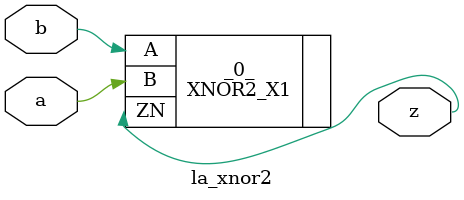
<source format=v>
/* Generated by Yosys 0.37 (git sha1 a5c7f69ed, clang 14.0.0-1ubuntu1.1 -fPIC -Os) */

module la_xnor2(a, b, z);
  input a;
  wire a;
  input b;
  wire b;
  output z;
  wire z;
  XNOR2_X1 _0_ (
    .A(b),
    .B(a),
    .ZN(z)
  );
endmodule

</source>
